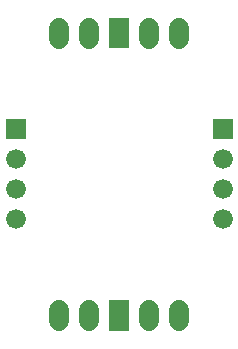
<source format=gbs>
G04 Layer: BottomSolderMaskLayer*
G04 EasyEDA v6.4.31, 2022-02-03 12:49:45*
G04 a9be7c87d83144a3bb2ccb21b8cae2d4,a012b36b664746af8e538b06cf3162c4,10*
G04 Gerber Generator version 0.2*
G04 Scale: 100 percent, Rotated: No, Reflected: No *
G04 Dimensions in millimeters *
G04 leading zeros omitted , absolute positions ,4 integer and 5 decimal *
%FSLAX45Y45*%
%MOMM*%

%ADD28C,1.6764*%
%ADD36R,1.6764X1.6764*%

%LPD*%
D28*
X2794000Y3296264D02*
G01*
X2794000Y3203745D01*
X2540000Y3296264D02*
G01*
X2540000Y3203745D01*
X2032000Y3296264D02*
G01*
X2032000Y3203745D01*
X1778000Y3296264D02*
G01*
X1778000Y3203745D01*
X2794000Y5686252D02*
G01*
X2794000Y5593732D01*
X2540000Y5686252D02*
G01*
X2540000Y5593732D01*
X2032000Y5686252D02*
G01*
X2032000Y5593732D01*
X1778000Y5686252D02*
G01*
X1778000Y5593732D01*
G36*
X2202179Y3119881D02*
G01*
X2202179Y3379978D01*
X2369820Y3379978D01*
X2369820Y3119881D01*
G37*
G36*
X2202179Y5510021D02*
G01*
X2202179Y5770118D01*
X2369820Y5770118D01*
X2369820Y5510021D01*
G37*
D36*
G01*
X1409700Y4826000D03*
D28*
G01*
X1409700Y4572000D03*
G01*
X1409700Y4318000D03*
G01*
X1409700Y4064000D03*
D36*
G01*
X3162300Y4826000D03*
D28*
G01*
X3162300Y4572000D03*
G01*
X3162300Y4318000D03*
G01*
X3162300Y4064000D03*
M02*

</source>
